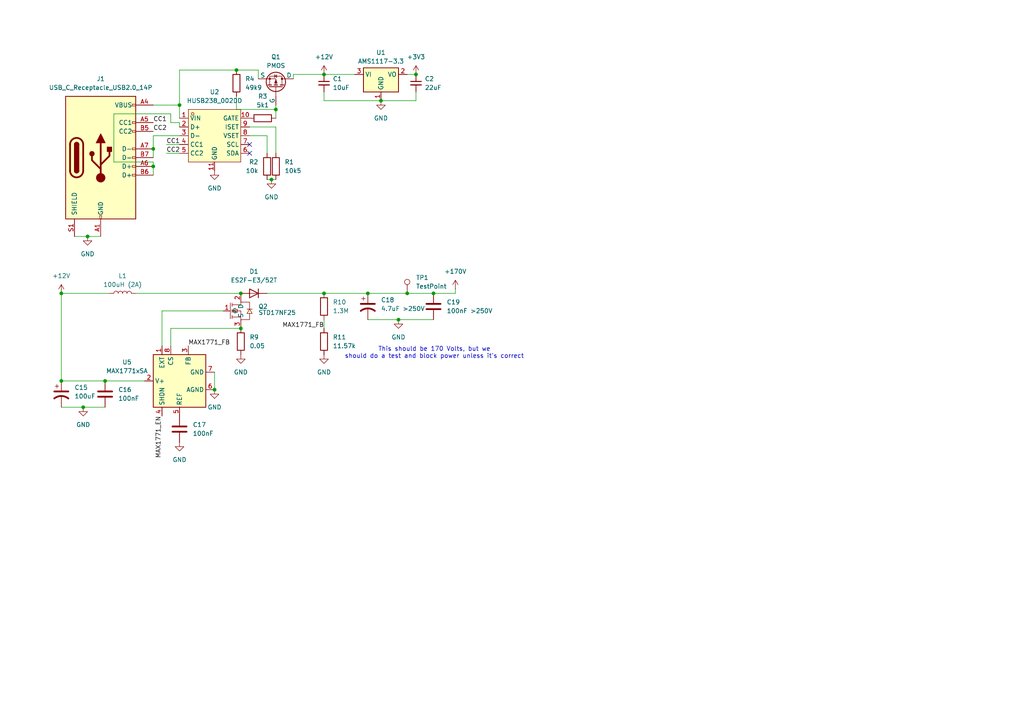
<source format=kicad_sch>
(kicad_sch (version 20250114) (generator "eeschema") (generator_version "9.0")
  (paper "A4")
  (title_block (title "Nixie Clock") (company "Sean Outram"))
  (lib_symbols
    (symbol "Connector:TestPoint" (pin_numbers (hide yes)) (pin_names (offset 0.762) (hide yes))
      (property "Reference" "TP" (at 0 6.858 0))
      (property "Value" "TestPoint" (at 0 5.08 0))
      (symbol "TestPoint_0_1"
        (circle (center 0 3.302) (radius 0.762))
      )
      (symbol "TestPoint_1_1"
        (pin passive line (at 0 0 90) (length 2.54) (name "1") (number "1"))
      )
    )
    (symbol "Connector:USB_C_Receptacle_USB2.0_14P" (pin_names (offset 1.016))
      (property "Reference" "J" (at 0 22.225 0))
      (property "Value" "USB_C_Receptacle_USB2.0_14P" (at 0 19.685 0))
      (symbol "USB_C_Receptacle_USB2.0_14P_0_0"
        (rectangle (start -0.254 -17.78) (end 0.254 -16.764))
        (rectangle (start 10.16 15.494) (end 9.144 14.986))
        (rectangle (start 10.16 10.414) (end 9.144 9.906))
        (rectangle (start 10.16 7.874) (end 9.144 7.366))
        (rectangle (start 10.16 2.794) (end 9.144 2.286))
        (rectangle (start 10.16 0.254) (end 9.144 -0.254))
        (rectangle (start 10.16 -2.286) (end 9.144 -2.794))
        (rectangle (start 10.16 -4.826) (end 9.144 -5.334))
      )
      (symbol "USB_C_Receptacle_USB2.0_14P_0_1"
        (rectangle (start -10.16 17.78) (end 10.16 -17.78) (stroke (width 0.254)) (fill (type background)))
        (polyline (pts (xy -8.89 -3.81) (xy -8.89 3.81)) (stroke (width 0.508)))
        (rectangle (start -7.62 -3.81) (end -6.35 3.81) (stroke (width 0.254)) (fill (type outline)))
        (arc (start -7.62 3.81) (mid -6.985 4.4423) (end -6.35 3.81) (stroke (width 0.254)))
        (arc (start -7.62 3.81) (mid -6.985 4.4423) (end -6.35 3.81) (stroke (width 0.254)) (fill (type outline)))
        (arc (start -8.89 3.81) (mid -6.985 5.7067) (end -5.08 3.81) (stroke (width 0.508)))
        (arc (start -5.08 -3.81) (mid -6.985 -5.7067) (end -8.89 -3.81) (stroke (width 0.508)))
        (arc (start -6.35 -3.81) (mid -6.985 -4.4423) (end -7.62 -3.81) (stroke (width 0.254)))
        (arc (start -6.35 -3.81) (mid -6.985 -4.4423) (end -7.62 -3.81) (stroke (width 0.254)) (fill (type outline)))
        (polyline (pts (xy -5.08 3.81) (xy -5.08 -3.81)) (stroke (width 0.508)))
        (circle (center -2.54 1.143) (radius 0.635) (stroke (width 0.254)) (fill (type outline)))
        (polyline (pts (xy -1.27 4.318) (xy 0 6.858) (xy 1.27 4.318) (xy -1.27 4.318)) (stroke (width 0.254)) (fill (type outline)))
        (polyline (pts (xy 0 -2.032) (xy 2.54 0.508) (xy 2.54 1.778)) (stroke (width 0.508)))
        (polyline (pts (xy 0 -3.302) (xy -2.54 -0.762) (xy -2.54 0.508)) (stroke (width 0.508)))
        (polyline (pts (xy 0 -5.842) (xy 0 4.318)) (stroke (width 0.508)))
        (circle (center 0 -5.842) (radius 1.27) (fill (type outline)))
        (rectangle (start 1.905 1.778) (end 3.175 3.048) (stroke (width 0.254)) (fill (type outline)))
      )
      (symbol "USB_C_Receptacle_USB2.0_14P_1_1"
        (pin passive line (at -7.62 -22.86 90) (length 5.08) (name "SHIELD") (number "S1"))
        (pin passive line (at 0 -22.86 90) (length 5.08) (name "GND") (number "A1"))
        (pin passive line (at 0 -22.86 90) (length 5.08) (hide yes) (name "GND") (number "A12"))
        (pin passive line (at 0 -22.86 90) (length 5.08) (hide yes) (name "GND") (number "B1"))
        (pin passive line (at 0 -22.86 90) (length 5.08) (hide yes) (name "GND") (number "B12"))
        (pin passive line (at 15.24 15.24 180) (length 5.08) (name "VBUS") (number "A4"))
        (pin passive line (at 15.24 15.24 180) (length 5.08) (hide yes) (name "VBUS") (number "A9"))
        (pin passive line (at 15.24 15.24 180) (length 5.08) (hide yes) (name "VBUS") (number "B4"))
        (pin passive line (at 15.24 15.24 180) (length 5.08) (hide yes) (name "VBUS") (number "B9"))
        (pin bidirectional line (at 15.24 10.16 180) (length 5.08) (name "CC1") (number "A5"))
        (pin bidirectional line (at 15.24 7.62 180) (length 5.08) (name "CC2") (number "B5"))
        (pin bidirectional line (at 15.24 2.54 180) (length 5.08) (name "D-") (number "A7"))
        (pin bidirectional line (at 15.24 0 180) (length 5.08) (name "D-") (number "B7"))
        (pin bidirectional line (at 15.24 -2.54 180) (length 5.08) (name "D+") (number "A6"))
        (pin bidirectional line (at 15.24 -5.08 180) (length 5.08) (name "D+") (number "B6"))
      )
    )
    (symbol "Device:C" (pin_numbers (hide yes)) (pin_names (offset 0.254))
      (property "Reference" "C" (at 0.635 2.54 0))
      (property "Value" "C" (at 0.635 -2.54 0))
      (symbol "C_0_1"
        (polyline (pts (xy -2.032 0.762) (xy 2.032 0.762)) (stroke (width 0.508)))
        (polyline (pts (xy -2.032 -0.762) (xy 2.032 -0.762)) (stroke (width 0.508)))
      )
      (symbol "C_1_1"
        (pin passive line (at 0 3.81 270) (length 2.794) (name "~") (number "1"))
        (pin passive line (at 0 -3.81 90) (length 2.794) (name "~") (number "2"))
      )
    )
    (symbol "Device:C_Polarized_US" (pin_numbers (hide yes)) (pin_names (offset 0.254) (hide yes))
      (property "Reference" "C" (at 0.635 2.54 0))
      (property "Value" "C_Polarized_US" (at 0.635 -2.54 0))
      (symbol "C_Polarized_US_0_1"
        (polyline (pts (xy -2.032 0.762) (xy 2.032 0.762)) (stroke (width 0.508)))
        (polyline (pts (xy -1.778 2.286) (xy -0.762 2.286)))
        (polyline (pts (xy -1.27 1.778) (xy -1.27 2.794)))
        (arc (start -2.032 -1.27) (mid 0 -0.5572) (end 2.032 -1.27) (stroke (width 0.508)))
      )
      (symbol "C_Polarized_US_1_1"
        (pin passive line (at 0 3.81 270) (length 2.794) (name "~") (number "1"))
        (pin passive line (at 0 -3.81 90) (length 3.302) (name "~") (number "2"))
      )
    )
    (symbol "Device:C_Small" (pin_numbers (hide yes)) (pin_names (offset 0.254) (hide yes))
      (property "Reference" "C" (at 0.254 1.778 0))
      (property "Value" "C_Small" (at 0.254 -2.032 0))
      (symbol "C_Small_0_1"
        (polyline (pts (xy -1.524 0.508) (xy 1.524 0.508)) (stroke (width 0.3048)))
        (polyline (pts (xy -1.524 -0.508) (xy 1.524 -0.508)) (stroke (width 0.3302)))
      )
      (symbol "C_Small_1_1"
        (pin passive line (at 0 2.54 270) (length 2.032) (name "~") (number "1"))
        (pin passive line (at 0 -2.54 90) (length 2.032) (name "~") (number "2"))
      )
    )
    (symbol "Device:D" (pin_numbers (hide yes)) (pin_names (offset 1.016) (hide yes))
      (property "Reference" "D" (at 0 2.54 0))
      (property "Value" "D" (at 0 -2.54 0))
      (symbol "D_0_1"
        (polyline (pts (xy -1.27 1.27) (xy -1.27 -1.27)) (stroke (width 0.254)))
        (polyline (pts (xy 1.27 1.27) (xy 1.27 -1.27) (xy -1.27 0) (xy 1.27 1.27)) (stroke (width 0.254)))
        (polyline (pts (xy 1.27 0) (xy -1.27 0)))
      )
      (symbol "D_1_1"
        (pin passive line (at -3.81 0 0) (length 2.54) (name "K") (number "1"))
        (pin passive line (at 3.81 0 180) (length 2.54) (name "A") (number "2"))
      )
    )
    (symbol "Device:L" (pin_numbers (hide yes)) (pin_names (offset 1.016) (hide yes))
      (property "Reference" "L" (at -1.27 0 90))
      (property "Value" "L" (at 1.905 0 90))
      (symbol "L_0_1"
        (arc (start 0 2.54) (mid 0.6323 1.905) (end 0 1.27))
        (arc (start 0 1.27) (mid 0.6323 0.635) (end 0 0))
        (arc (start 0 0) (mid 0.6323 -0.635) (end 0 -1.27))
        (arc (start 0 -1.27) (mid 0.6323 -1.905) (end 0 -2.54))
      )
      (symbol "L_1_1"
        (pin passive line (at 0 3.81 270) (length 1.27) (name "1") (number "1"))
        (pin passive line (at 0 -3.81 90) (length 1.27) (name "2") (number "2"))
      )
    )
    (symbol "Device:R" (pin_numbers (hide yes)) (pin_names (offset 0))
      (property "Reference" "R" (at 2.032 0 90))
      (property "Value" "R" (at 0 0 90))
      (symbol "R_0_1"
        (rectangle (start -1.016 -2.54) (end 1.016 2.54) (stroke (width 0.254)))
      )
      (symbol "R_1_1"
        (pin passive line (at 0 3.81 270) (length 1.27) (name "~") (number "1"))
        (pin passive line (at 0 -3.81 90) (length 1.27) (name "~") (number "2"))
      )
    )
    (symbol "Regulator_Linear:AMS1117-3.3"
      (property "Reference" "U" (at -3.81 3.175 0))
      (property "Value" "AMS1117-3.3" (at 0 3.175 0))
      (symbol "AMS1117-3.3_0_1"
        (rectangle (start -5.08 -5.08) (end 5.08 1.905) (stroke (width 0.254)) (fill (type background)))
      )
      (symbol "AMS1117-3.3_1_1"
        (pin power_in line (at -7.62 0 0) (length 2.54) (name "VI") (number "3"))
        (pin power_in line (at 0 -7.62 90) (length 2.54) (name "GND") (number "1"))
        (pin power_out line (at 7.62 0 180) (length 2.54) (name "VO") (number "2"))
      )
    )
    (symbol "Regulator_Switching:MAX1771xSA"
      (property "Reference" "U" (at -3.81 10.16 0))
      (property "Value" "MAX1771xSA" (at 6.35 10.16 0))
      (symbol "MAX1771xSA_0_1"
        (rectangle (start -7.62 7.62) (end 7.62 -7.62) (stroke (width 0.254)) (fill (type background)))
      )
      (symbol "MAX1771xSA_1_1"
        (pin input line (at -10.16 5.08 0) (length 2.54) (name "SHDN") (number "4"))
        (pin passive line (at -10.16 0 0) (length 2.54) (name "REF") (number "5"))
        (pin power_in line (at -2.54 -10.16 90) (length 2.54) (name "AGND") (number "6"))
        (pin power_in line (at 0 10.16 270) (length 2.54) (name "V+") (number "2"))
        (pin power_in line (at 2.54 -10.16 90) (length 2.54) (name "GND") (number "7"))
        (pin output line (at 10.16 5.08 180) (length 2.54) (name "EXT") (number "1"))
        (pin input line (at 10.16 2.54 180) (length 2.54) (name "CS") (number "8"))
        (pin input line (at 10.16 -2.54 180) (length 2.54) (name "FB") (number "3"))
      )
    )
    (symbol "Simulation_SPICE:PMOS" (pin_numbers (hide yes)) (pin_names (offset 0))
      (property "Reference" "Q" (at 5.08 1.27 0))
      (property "Value" "PMOS" (at 5.08 -1.27 0))
      (symbol "PMOS_0_1"
        (polyline (pts (xy 0.254 1.905) (xy 0.254 -1.905)) (stroke (width 0.254)))
        (polyline (pts (xy 0.254 0) (xy -2.54 0)))
        (polyline (pts (xy 0.762 2.286) (xy 0.762 1.27)) (stroke (width 0.254)))
        (polyline (pts (xy 0.762 1.778) (xy 3.302 1.778) (xy 3.302 -1.778) (xy 0.762 -1.778)))
        (polyline (pts (xy 0.762 0.508) (xy 0.762 -0.508)) (stroke (width 0.254)))
        (polyline (pts (xy 0.762 -1.27) (xy 0.762 -2.286)) (stroke (width 0.254)))
        (circle (center 1.651 0) (radius 2.794) (stroke (width 0.254)))
        (polyline (pts (xy 2.286 0) (xy 1.27 0.381) (xy 1.27 -0.381) (xy 2.286 0)) (fill (type outline)))
        (polyline (pts (xy 2.54 2.54) (xy 2.54 1.778)))
        (circle (center 2.54 1.778) (radius 0.254) (fill (type outline)))
        (circle (center 2.54 -1.778) (radius 0.254) (fill (type outline)))
        (polyline (pts (xy 2.54 -2.54) (xy 2.54 0) (xy 0.762 0)))
        (polyline (pts (xy 2.794 -0.508) (xy 2.921 -0.381) (xy 3.683 -0.381) (xy 3.81 -0.254)))
        (polyline (pts (xy 3.302 -0.381) (xy 2.921 0.254) (xy 3.683 0.254) (xy 3.302 -0.381)))
      )
      (symbol "PMOS_1_1"
        (pin input line (at -5.08 0 0) (length 2.54) (name "G") (number "2"))
        (pin passive line (at 2.54 5.08 270) (length 2.54) (name "D") (number "1"))
        (pin passive line (at 2.54 -5.08 90) (length 2.54) (name "S") (number "3"))
      )
    )
    (symbol "lcsc:HUSB238_002DD"
      (property "Reference" "U" (at 0 10.16 0))
      (property "Value" "HUSB238_002DD" (at 0 -15.24 0))
      (symbol "HUSB238_002DD_0_1"
        (rectangle (start -7.62 7.62) (end 7.62 -7.62) (fill (type background)))
        (circle (center -6.35 6.35) (radius 0.38))
        (pin unspecified line (at -10.16 5.08 0) (length 2.54) (name "VIN") (number "1"))
        (pin unspecified line (at -10.16 2.54 0) (length 2.54) (name "D+") (number "2"))
        (pin unspecified line (at -10.16 0 0) (length 2.54) (name "D-") (number "3"))
        (pin unspecified line (at -10.16 -2.54 0) (length 2.54) (name "CC1") (number "4"))
        (pin unspecified line (at -10.16 -5.08 0) (length 2.54) (name "CC2") (number "5"))
        (pin unspecified line (at 0 -10.16 90) (length 2.54) (name "GND") (number "11"))
        (pin unspecified line (at 10.16 5.08 180) (length 2.54) (name "GATE") (number "10"))
        (pin unspecified line (at 10.16 2.54 180) (length 2.54) (name "ISET") (number "9"))
        (pin unspecified line (at 10.16 0 180) (length 2.54) (name "VSET") (number "8"))
        (pin unspecified line (at 10.16 -2.54 180) (length 2.54) (name "SCL") (number "7"))
        (pin unspecified line (at 10.16 -5.08 180) (length 2.54) (name "SDA") (number "6"))
      )
    )
    (symbol "lcsc:STD17NF25"
      (property "Reference" "Q" (at 0 10.16 0))
      (property "Value" "STD17NF25" (at 0 -10.16 0))
      (symbol "STD17NF25_0_1"
        (polyline (pts (xy -3.05 2.29) (xy -3.05 -2.29)))
        (polyline (pts (xy -2.54 2.29) (xy -2.54 1.27)))
        (polyline (pts (xy -2.54 1.78) (xy 0 1.78) (xy 0 2.54) (xy 2.54 2.54) (xy 2.54 0.51)))
        (polyline (pts (xy -2.54 0) (xy -1.02 -0.51) (xy -1.02 0.51) (xy -2.54 0)) (fill (type background)))
        (polyline (pts (xy -2.54 0) (xy 0 0) (xy 0 -2.54) (xy 2.54 -2.54) (xy 2.54 -0.76)))
        (polyline (pts (xy -2.54 -0.51) (xy -2.54 0.51)))
        (polyline (pts (xy -2.54 -2.29) (xy -2.54 -1.27)))
        (polyline (pts (xy 0 -1.78) (xy -2.54 -1.78)))
        (polyline (pts (xy 2.54 0.51) (xy 1.78 -0.76) (xy 3.3 -0.76) (xy 2.54 0.51)) (fill (type background)))
        (polyline (pts (xy 3.3 0.51) (xy 3.05 0.51) (xy 2.03 0.51) (xy 1.78 0.51)))
        (pin unspecified line (at -5.08 0 0) (length 2.032) (name "G") (number "1"))
        (pin unspecified line (at 0 5.08 270) (length 2.54) (name "D") (number "2"))
        (pin unspecified line (at 0 -5.08 90) (length 2.54) (name "S") (number "3"))
      )
    )
    (symbol "power:+12V" (power) (pin_numbers (hide yes)) (pin_names (offset 0) (hide yes))
      (property "Value" "+12V" (at 0 3.556 0))
      (symbol "+12V_0_1"
        (polyline (pts (xy -0.762 1.27) (xy 0 2.54)))
        (polyline (pts (xy 0 2.54) (xy 0.762 1.27)))
        (polyline (pts (xy 0 0) (xy 0 2.54)))
      )
      (symbol "+12V_1_1"
        (pin power_in line (at 0 0 90) (length 0) (name "~") (number "1"))
      )
    )
    (symbol "power:+3V3" (power) (pin_numbers (hide yes)) (pin_names (offset 0) (hide yes))
      (property "Value" "+3V3" (at 0 3.556 0))
      (symbol "+3V3_0_1"
        (polyline (pts (xy -0.762 1.27) (xy 0 2.54)))
        (polyline (pts (xy 0 2.54) (xy 0.762 1.27)))
        (polyline (pts (xy 0 0) (xy 0 2.54)))
      )
      (symbol "+3V3_1_1"
        (pin power_in line (at 0 0 90) (length 0) (name "~") (number "1"))
      )
    )
    (symbol "power:GND" (power) (pin_numbers (hide yes)) (pin_names (offset 0) (hide yes))
      (property "Value" "GND" (at 0 -3.81 0))
      (symbol "GND_0_1"
        (polyline (pts (xy 0 0) (xy 0 -1.27) (xy 1.27 -1.27) (xy 0 -2.54) (xy -1.27 -1.27) (xy 0 -1.27)))
      )
      (symbol "GND_1_1"
        (pin power_in line (at 0 0 270) (length 0) (name "~") (number "1"))
      )
    )
  )
  (text "This should be 170 Volts, but we\nshould do a test and block power unless it's correct" (at 125.984 102.362 0) (effects (font (size 1.27 1.27))))
  (junction (at 120.65 21.59))
  (junction (at 78.74 52.07))
  (junction (at 25.4 68.58))
  (junction (at 44.45 43.18))
  (junction (at 62.23 113.03))
  (junction (at 52.07 30.48))
  (junction (at 80.01 31.75))
  (junction (at 17.78 85.09))
  (junction (at 93.98 21.59))
  (junction (at 115.57 92.71))
  (junction (at 110.49 29.21))
  (junction (at 118.11 85.09))
  (junction (at 44.45 48.26))
  (junction (at 125.73 85.09))
  (junction (at 69.85 85.09))
  (junction (at 93.98 85.09))
  (junction (at 30.48 110.49))
  (junction (at 68.58 20.32))
  (junction (at 17.78 110.49))
  (junction (at 69.85 95.25))
  (junction (at 24.13 118.11))
  (junction (at 106.68 85.09))
  (no_connect (at 72.39 41.91))
  (no_connect (at 72.39 44.45))
  (wire (pts (xy 62.23 107.95) (xy 62.23 113.03)))
  (wire (pts (xy 44.45 43.18) (xy 44.45 45.72)))
  (wire (pts (xy 110.49 29.21) (xy 120.65 29.21)))
  (wire (pts (xy 132.08 85.09) (xy 132.08 83.82)))
  (wire (pts (xy 77.47 85.09) (xy 93.98 85.09)))
  (wire (pts (xy 33.02 33.02) (xy 33.02 46.99)))
  (wire (pts (xy 17.78 110.49) (xy 30.48 110.49)))
  (wire (pts (xy 48.26 41.91) (xy 52.07 41.91)))
  (wire (pts (xy 52.07 30.48) (xy 52.07 34.29)))
  (wire (pts (xy 80.01 31.75) (xy 68.58 31.75)))
  (wire (pts (xy 49.53 95.25) (xy 49.53 100.33)))
  (wire (pts (xy 49.53 35.56) (xy 49.53 33.02)))
  (wire (pts (xy 80.01 31.75) (xy 80.01 34.29)))
  (wire (pts (xy 93.98 21.59) (xy 85.09 21.59)))
  (wire (pts (xy 44.45 30.48) (xy 52.07 30.48)))
  (wire (pts (xy 52.07 20.32) (xy 52.07 30.48)))
  (wire (pts (xy 68.58 31.75) (xy 68.58 27.94)))
  (wire (pts (xy 120.65 29.21) (xy 120.65 26.67)))
  (wire (pts (xy 33.02 46.99) (xy 44.45 46.99)))
  (wire (pts (xy 17.78 85.09) (xy 31.75 85.09)))
  (wire (pts (xy 68.58 20.32) (xy 52.07 20.32)))
  (wire (pts (xy 115.57 92.71) (xy 125.73 92.71)))
  (wire (pts (xy 93.98 85.09) (xy 106.68 85.09)))
  (wire (pts (xy 30.48 110.49) (xy 41.91 110.49)))
  (wire (pts (xy 48.26 44.45) (xy 52.07 44.45)))
  (wire (pts (xy 74.93 20.32) (xy 68.58 20.32)))
  (wire (pts (xy 74.93 22.86) (xy 74.93 20.32)))
  (wire (pts (xy 78.74 52.07) (xy 80.01 52.07)))
  (wire (pts (xy 77.47 39.37) (xy 72.39 39.37)))
  (wire (pts (xy 52.07 36.83) (xy 52.07 35.56)))
  (wire (pts (xy 39.37 85.09) (xy 69.85 85.09)))
  (wire (pts (xy 93.98 21.59) (xy 102.87 21.59)))
  (wire (pts (xy 44.45 46.99) (xy 44.45 48.26)))
  (wire (pts (xy 44.45 48.26) (xy 44.45 50.8)))
  (wire (pts (xy 125.73 85.09) (xy 132.08 85.09)))
  (wire (pts (xy 106.68 92.71) (xy 115.57 92.71)))
  (wire (pts (xy 49.53 33.02) (xy 33.02 33.02)))
  (wire (pts (xy 77.47 44.45) (xy 77.47 39.37)))
  (wire (pts (xy 80.01 44.45) (xy 80.01 36.83)))
  (wire (pts (xy 44.45 43.18) (xy 44.45 39.37)))
  (wire (pts (xy 64.77 90.17) (xy 46.99 90.17)))
  (wire (pts (xy 93.98 95.25) (xy 93.98 92.71)))
  (wire (pts (xy 120.65 21.59) (xy 118.11 21.59)))
  (wire (pts (xy 77.47 52.07) (xy 78.74 52.07)))
  (wire (pts (xy 69.85 95.25) (xy 49.53 95.25)))
  (wire (pts (xy 80.01 30.48) (xy 80.01 31.75)))
  (wire (pts (xy 17.78 118.11) (xy 24.13 118.11)))
  (wire (pts (xy 21.59 68.58) (xy 25.4 68.58)))
  (wire (pts (xy 46.99 90.17) (xy 46.99 100.33)))
  (wire (pts (xy 118.11 85.09) (xy 125.73 85.09)))
  (wire (pts (xy 93.98 29.21) (xy 93.98 26.67)))
  (wire (pts (xy 17.78 85.09) (xy 17.78 110.49)))
  (wire (pts (xy 44.45 39.37) (xy 52.07 39.37)))
  (wire (pts (xy 25.4 68.58) (xy 29.21 68.58)))
  (wire (pts (xy 80.01 36.83) (xy 72.39 36.83)))
  (wire (pts (xy 93.98 29.21) (xy 110.49 29.21)))
  (wire (pts (xy 24.13 118.11) (xy 30.48 118.11)))
  (wire (pts (xy 52.07 35.56) (xy 49.53 35.56)))
  (wire (pts (xy 85.09 21.59) (xy 85.09 22.86)))
  (wire (pts (xy 106.68 85.09) (xy 118.11 85.09)))
  (label "CC2" (at 44.45 38.1 0))
  (label "CC2" (at 48.26 44.45 0))
  (label "CC1" (at 48.26 41.91 0))
  (label "MAX1771_EN" (at 46.99 120.65 270))
  (label "MAX1771_FB" (at 54.61 100.33 0))
  (label "MAX1771_FB" (at 93.98 95.25 180))
  (label "CC1" (at 44.45 35.56 0))
  (symbol (lib_id "lcsc:HUSB238_002DD") (at 62.23 39.37 0) (unit 1)
    (property "Reference" "U2" (at 62.23 26.67 0))
    (property "Value" "HUSB238_002DD" (at 62.23 29.21 0))
    (property "Footprint" "lcsc:DFN-10_L3.0-W3.0-P0.50-BL-EP2.5" (effects (hide yes)))
    (property "LCSC Part" "C7471904" (effects (hide yes)))
  )
  (symbol (lib_id "power:GND") (at 24.13 118.11 0) (unit 1)
    (property "Reference" "#PWR023" (effects (hide yes)))
    (property "Value" "GND" (at 24.13 123.19 0))
    (property "Description" "Power symbol creates a global label with name \"GND\" , ground" (effects (hide yes)))
  )
  (symbol (lib_id "power:GND") (at 25.4 68.58 0) (unit 1)
    (property "Reference" "#PWR03" (effects (hide yes)))
    (property "Value" "GND" (at 25.4 73.66 0))
    (property "Description" "Power symbol creates a global label with name \"GND\" , ground" (effects (hide yes)))
  )
  (symbol (lib_id "Device:R") (at 69.85 99.06 0) (unit 1)
    (property "Reference" "R9" (at 72.39 97.7899 0) (effects (justify left)))
    (property "Value" "0.05" (at 72.39 100.3299 0) (effects (justify left)))
    (property "Description" "Resistor" (effects (hide yes)))
  )
  (symbol (lib_id "power:GND") (at 52.07 128.27 0) (unit 1)
    (property "Reference" "#PWR024" (effects (hide yes)))
    (property "Value" "GND" (at 52.07 133.35 0))
    (property "Description" "Power symbol creates a global label with name \"GND\" , ground" (effects (hide yes)))
  )
  (symbol (lib_id "Device:C_Small") (at 93.98 24.13 0) (unit 1)
    (property "Reference" "C1" (at 96.52 22.8662 0) (effects (justify left)))
    (property "Value" "10uF" (at 96.52 25.4062 0) (effects (justify left)))
    (property "Description" "Unpolarized capacitor, small symbol" (effects (hide yes)))
  )
  (symbol (lib_id "Device:D") (at 73.66 85.09 180) (unit 1)
    (property "Reference" "D1" (at 73.66 78.74 0))
    (property "Value" "ES2F-E3/52T" (at 73.66 81.28 0))
    (property "Description" "Diode" (effects (hide yes)))
    (property "Sim.Device" "D" (effects (hide yes)))
    (property "Sim.Pins" "1=K 2=A" (effects (hide yes)))
  )
  (symbol (lib_id "Device:C_Polarized_US") (at 106.68 88.9 0) (unit 1)
    (property "Reference" "C18" (at 110.49 86.9949 0) (effects (justify left)))
    (property "Value" "4.7uF >250V" (at 110.49 89.5349 0) (effects (justify left)))
    (property "Description" "Polarized capacitor, US symbol" (effects (hide yes)))
  )
  (symbol (lib_id "Device:R") (at 68.58 24.13 180) (unit 1)
    (property "Reference" "R4" (at 71.12 22.8599 0) (effects (justify right)))
    (property "Value" "49k9" (at 71.12 25.3999 0) (effects (justify right)))
    (property "Description" "Resistor" (effects (hide yes)))
  )
  (symbol (lib_id "power:+12V") (at 93.98 21.59 0) (unit 1)
    (property "Reference" "#PWR01" (effects (hide yes)))
    (property "Value" "+12V" (at 93.98 16.51 0))
    (property "Description" "Power symbol creates a global label with name \"+12V\"" (effects (hide yes)))
  )
  (symbol (lib_id "Device:R") (at 80.01 48.26 0) (unit 1)
    (property "Reference" "R1" (at 82.55 46.9899 0) (effects (justify left)))
    (property "Value" "10k5" (at 82.55 49.5299 0) (effects (justify left)))
    (property "Description" "Resistor" (effects (hide yes)))
  )
  (symbol (lib_id "power:GND") (at 93.98 102.87 0) (unit 1)
    (property "Reference" "#PWR027" (effects (hide yes)))
    (property "Value" "GND" (at 93.98 107.95 0))
    (property "Description" "Power symbol creates a global label with name \"GND\" , ground" (effects (hide yes)))
  )
  (symbol (lib_id "Device:R") (at 93.98 99.06 0) (unit 1)
    (property "Reference" "R11" (at 96.52 97.7899 0) (effects (justify left)))
    (property "Value" "11.57k" (at 96.52 100.3299 0) (effects (justify left)))
    (property "Description" "Resistor" (effects (hide yes)))
  )
  (symbol (lib_id "Device:R") (at 77.47 48.26 0) (mirror y) (unit 1)
    (property "Reference" "R2" (at 74.93 46.9899 0) (effects (justify left)))
    (property "Value" "10k" (at 74.93 49.5299 0) (effects (justify left)))
    (property "Description" "Resistor" (effects (hide yes)))
  )
  (symbol (lib_id "power:+3V3") (at 120.65 21.59 0) (unit 1)
    (property "Reference" "#PWR04" (effects (hide yes)))
    (property "Value" "+3V3" (at 120.65 16.51 0))
    (property "Description" "Power symbol creates a global label with name \"+3V3\"" (effects (hide yes)))
  )
  (symbol (lib_id "power:GND") (at 62.23 49.53 0) (unit 1)
    (property "Reference" "#PWR05" (effects (hide yes)))
    (property "Value" "GND" (at 62.23 54.61 0))
    (property "Description" "Power symbol creates a global label with name \"GND\" , ground" (effects (hide yes)))
  )
  (symbol (lib_id "Device:C_Small") (at 120.65 24.13 0) (unit 1)
    (property "Reference" "C2" (at 123.19 22.8662 0) (effects (justify left)))
    (property "Value" "22uF" (at 123.19 25.4062 0) (effects (justify left)))
    (property "Description" "Unpolarized capacitor, small symbol" (effects (hide yes)))
  )
  (symbol (lib_id "Connector:USB_C_Receptacle_USB2.0_14P") (at 29.21 45.72 0) (unit 1)
    (property "Reference" "J1" (at 29.21 22.86 0))
    (property "Value" "USB_C_Receptacle_USB2.0_14P" (at 29.21 25.4 0))
    (property "Datasheet" "https://www.usb.org/sites/default/files/documents/usb_type-c.zip" (effects (hide yes)))
    (property "Description" "USB 2.0-only 14P Type-C Receptacle connector" (effects (hide yes)))
  )
  (symbol (lib_id "power:GND") (at 115.57 92.71 0) (unit 1)
    (property "Reference" "#PWR028" (effects (hide yes)))
    (property "Value" "GND" (at 115.57 97.79 0))
    (property "Description" "Power symbol creates a global label with name \"GND\" , ground" (effects (hide yes)))
  )
  (symbol (lib_id "Device:C") (at 52.07 124.46 0) (unit 1)
    (property "Reference" "C17" (at 55.88 123.1899 0) (effects (justify left)))
    (property "Value" "100nF" (at 55.88 125.7299 0) (effects (justify left)))
    (property "Description" "Unpolarized capacitor" (effects (hide yes)))
  )
  (symbol (lib_id "Device:C") (at 125.73 88.9 0) (unit 1)
    (property "Reference" "C19" (at 129.54 87.6299 0) (effects (justify left)))
    (property "Value" "100nF >250V" (at 129.54 90.1699 0) (effects (justify left)))
    (property "Description" "Unpolarized capacitor" (effects (hide yes)))
  )
  (symbol (lib_id "Simulation_SPICE:PMOS") (at 80.01 25.4 270) (mirror x) (unit 1)
    (property "Reference" "Q1" (at 80.01 16.51 90))
    (property "Value" "PMOS" (at 80.01 19.05 90))
    (property "Datasheet" "https://ngspice.sourceforge.io/docs/ngspice-html-manual/manual.xhtml#cha_MOSFETs" (effects (hide yes)))
    (property "Description" "P-MOSFET transistor, drain/source/gate" (effects (hide yes)))
    (property "Sim.Device" "PMOS" (effects (hide yes)))
    (property "Sim.Type" "VDMOS" (effects (hide yes)))
    (property "Sim.Pins" "1=D 2=G 3=S" (effects (hide yes)))
  )
  (symbol (lib_id "power:GND") (at 78.74 52.07 0) (unit 1)
    (property "Reference" "#PWR06" (effects (hide yes)))
    (property "Value" "GND" (at 78.74 57.15 0))
    (property "Description" "Power symbol creates a global label with name \"GND\" , ground" (effects (hide yes)))
  )
  (symbol (lib_id "Connector:TestPoint") (at 118.11 85.09 0) (unit 1)
    (property "Reference" "TP1" (at 120.65 80.5179 0) (effects (justify left)))
    (property "Value" "TestPoint" (at 120.65 83.0579 0) (effects (justify left)))
    (property "Description" "test point" (effects (hide yes)))
  )
  (symbol (lib_id "power:+12V") (at 17.78 85.09 0) (unit 1)
    (property "Reference" "#PWR022" (effects (hide yes)))
    (property "Value" "+12V" (at 17.78 80.01 0))
    (property "Description" "Power symbol creates a global label with name \"+12V\"" (effects (hide yes)))
  )
  (symbol (lib_id "Regulator_Switching:MAX1771xSA") (at 52.07 110.49 90) (unit 1)
    (property "Reference" "U5" (at 36.83 105.0446 90))
    (property "Value" "MAX1771xSA" (at 36.83 107.5846 90))
    (property "Footprint" "Package_SO:SO-8_3.9x4.9mm_P1.27mm" (effects (hide yes)))
    (property "Datasheet" "https://datasheets.maximintegrated.com/en/ds/MAX1771.pdf" (effects (hide yes)))
    (property "Description" "12V or Adjustable, High-Efficiency, Low IQ, Step-Up DC-DC Controller, SO-8" (effects (hide yes)))
  )
  (symbol (lib_id "power:GND") (at 62.23 113.03 0) (unit 1)
    (property "Reference" "#PWR025" (effects (hide yes)))
    (property "Value" "GND" (at 62.23 118.11 0))
    (property "Description" "Power symbol creates a global label with name \"GND\" , ground" (effects (hide yes)))
  )
  (symbol (lib_id "Device:C") (at 30.48 114.3 0) (unit 1)
    (property "Reference" "C16" (at 34.29 113.0299 0) (effects (justify left)))
    (property "Value" "100nF" (at 34.29 115.5699 0) (effects (justify left)))
    (property "Description" "Unpolarized capacitor" (effects (hide yes)))
  )
  (symbol (lib_id "Device:L") (at 35.56 85.09 90) (unit 1)
    (property "Reference" "L1" (at 35.56 80.01 90))
    (property "Value" "100uH (2A)" (at 35.56 82.55 90))
    (property "Description" "Inductor" (effects (hide yes)))
  )
  (symbol (lib_id "Regulator_Linear:AMS1117-3.3") (at 110.49 21.59 0) (unit 1)
    (property "Reference" "U1" (at 110.49 15.24 0))
    (property "Value" "AMS1117-3.3" (at 110.49 17.78 0))
    (property "Footprint" "Package_TO_SOT_SMD:SOT-223-3_TabPin2" (effects (hide yes)))
    (property "Datasheet" "http://www.advanced-monolithic.com/pdf/ds1117.pdf" (effects (hide yes)))
    (property "Description" "1A Low Dropout regulator, positive, 3.3V fixed output, SOT-223" (effects (hide yes)))
  )
  (symbol (lib_id "Device:R") (at 93.98 88.9 0) (unit 1)
    (property "Reference" "R10" (at 96.52 87.6299 0) (effects (justify left)))
    (property "Value" "1.3M" (at 96.52 90.1699 0) (effects (justify left)))
    (property "Description" "Resistor" (effects (hide yes)))
  )
  (symbol (lib_id "power:GND") (at 69.85 102.87 0) (unit 1)
    (property "Reference" "#PWR026" (effects (hide yes)))
    (property "Value" "GND" (at 69.85 107.95 0))
    (property "Description" "Power symbol creates a global label with name \"GND\" , ground" (effects (hide yes)))
  )
  (symbol (lib_id "lcsc:STD17NF25") (at 69.85 90.17 0) (unit 1)
    (property "Reference" "Q2" (at 74.93 88.8999 0) (effects (justify left)))
    (property "Value" "STD17NF25" (at 74.93 90.678 0) (effects (justify left)))
    (property "Footprint" "lcsc:TO-252-3_L6.5-W5.8-P4.58-TL" (effects (hide yes)))
    (property "Datasheet" "https://lcsc.com/product-detail/MOSFET_STMicroelectronics-STD17NF25_C140380.html" (effects (hide yes)))
    (property "LCSC Part" "C140380" (effects (hide yes)))
  )
  (symbol (lib_id "power:GND") (at 110.49 29.21 0) (unit 1)
    (property "Reference" "#PWR02" (effects (hide yes)))
    (property "Value" "GND" (at 110.49 34.29 0))
    (property "Description" "Power symbol creates a global label with name \"GND\" , ground" (effects (hide yes)))
  )
  (symbol (lib_id "Device:R") (at 76.2 34.29 90) (unit 1)
    (property "Reference" "R3" (at 76.2 27.94 90))
    (property "Value" "5k1" (at 76.2 30.48 90))
    (property "Description" "Resistor" (effects (hide yes)))
  )
  (symbol (lib_id "Device:C_Polarized_US") (at 17.78 114.3 0) (unit 1)
    (property "Reference" "C15" (at 21.59 112.3949 0) (effects (justify left)))
    (property "Value" "100uF" (at 21.59 114.9349 0) (effects (justify left)))
    (property "Description" "Polarized capacitor, US symbol" (effects (hide yes)))
  )
  (symbol (lib_id "power:+3V3") (at 132.08 83.82 0) (unit 1)
    (property "Reference" "#PWR029" (effects (hide yes)))
    (property "Value" "+170V" (at 132.08 78.74 0))
    (property "Description" "Power symbol creates a global label with name \"+3V3\"" (effects (hide yes)))
  )
)
</source>
